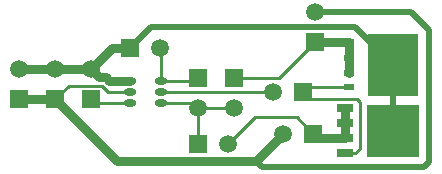
<source format=gtl>
G04 Layer_Physical_Order=1*
G04 Layer_Color=255*
%FSLAX23Y23*%
%MOIN*%
G70*
G01*
G75*
%ADD10O,0.041X0.024*%
%ADD11R,0.037X0.024*%
%ADD12R,0.170X0.211*%
%ADD13R,0.054X0.028*%
%ADD14R,0.175X0.178*%
%ADD15C,0.020*%
%ADD16C,0.010*%
%ADD17C,0.030*%
%ADD18R,0.059X0.059*%
%ADD19C,0.059*%
%ADD20R,0.059X0.059*%
D10*
X1483Y1322D02*
D03*
Y1285D02*
D03*
Y1248D02*
D03*
X1587Y1322D02*
D03*
Y1285D02*
D03*
Y1248D02*
D03*
D11*
X2215Y1450D02*
D03*
Y1399D02*
D03*
Y1349D02*
D03*
Y1300D02*
D03*
D12*
X2359Y1376D02*
D03*
D13*
X2202Y1080D02*
D03*
Y1130D02*
D03*
Y1180D02*
D03*
Y1230D02*
D03*
D14*
X2360Y1155D02*
D03*
D15*
X2100Y1550D02*
X2420D01*
X2480Y1490D01*
Y1050D02*
Y1490D01*
X2465Y1035D02*
X2480Y1050D01*
X1925Y1035D02*
X2465D01*
X1905Y1055D02*
X1925Y1035D01*
X2359Y1156D02*
Y1376D01*
X2234Y1500D02*
X2359Y1376D01*
X1555Y1500D02*
X2234D01*
X1485Y1430D02*
X1555Y1500D01*
D16*
X2359Y1156D02*
X2360Y1155D01*
X1410Y1285D02*
X1483D01*
X1391Y1305D02*
X1410Y1285D01*
X1280Y1305D02*
X1391D01*
X1235Y1260D02*
X1280Y1305D01*
X1980Y1330D02*
X2100Y1450D01*
X2060Y1285D02*
X2085Y1260D01*
X2202Y1080D02*
X2235D01*
X2250Y1095D01*
Y1250D01*
X2240Y1260D02*
X2250Y1250D01*
X2085Y1260D02*
X2240D01*
X2075Y1300D02*
X2215D01*
X2060Y1285D02*
X2075Y1300D01*
X2095Y1145D02*
X2110Y1130D01*
X1587Y1285D02*
X1960D01*
X1830Y1330D02*
X1980D01*
X2040Y1200D02*
X2095Y1145D01*
X1900Y1200D02*
X2040D01*
X1810Y1110D02*
X1900Y1200D01*
X1710Y1230D02*
X1830D01*
X1710Y1110D02*
Y1230D01*
X1692Y1248D02*
X1710Y1230D01*
X1587Y1248D02*
X1692D01*
X1702Y1322D02*
X1710Y1330D01*
X1587Y1322D02*
X1702D01*
X2215Y1450D02*
X2215Y1450D01*
X1585Y1430D02*
X1587Y1428D01*
Y1322D02*
Y1428D01*
X1367Y1248D02*
X1483D01*
X1355Y1260D02*
X1367Y1248D01*
D17*
X1415Y1322D02*
X1483D01*
X1403Y1335D02*
X1415Y1322D01*
X1380Y1335D02*
X1403D01*
X1355Y1360D02*
X1380Y1335D01*
X1905Y1055D02*
X1995Y1145D01*
X1440Y1055D02*
X1905D01*
X1235Y1260D02*
X1440Y1055D01*
X1115Y1260D02*
X1235D01*
X2202Y1180D02*
Y1230D01*
Y1130D02*
Y1180D01*
X2110Y1130D02*
X2202D01*
X2215Y1349D02*
Y1399D01*
Y1450D01*
X2100Y1450D02*
X2215D01*
X1425Y1430D02*
X1485D01*
X1355Y1360D02*
X1425Y1430D01*
X1235Y1360D02*
X1355D01*
X1115D02*
X1235D01*
D18*
X1710Y1110D02*
D03*
X2060Y1285D02*
D03*
X1485Y1430D02*
D03*
X2095Y1145D02*
D03*
D19*
X1810Y1110D02*
D03*
X1830Y1230D02*
D03*
X1960Y1285D02*
D03*
X1355Y1360D02*
D03*
X1235D02*
D03*
X1115D02*
D03*
X1585Y1430D02*
D03*
X2100Y1550D02*
D03*
X1995Y1145D02*
D03*
X1710Y1230D02*
D03*
D20*
X1830Y1330D02*
D03*
X1355Y1260D02*
D03*
X1235D02*
D03*
X1115D02*
D03*
X2100Y1450D02*
D03*
X1710Y1330D02*
D03*
M02*

</source>
